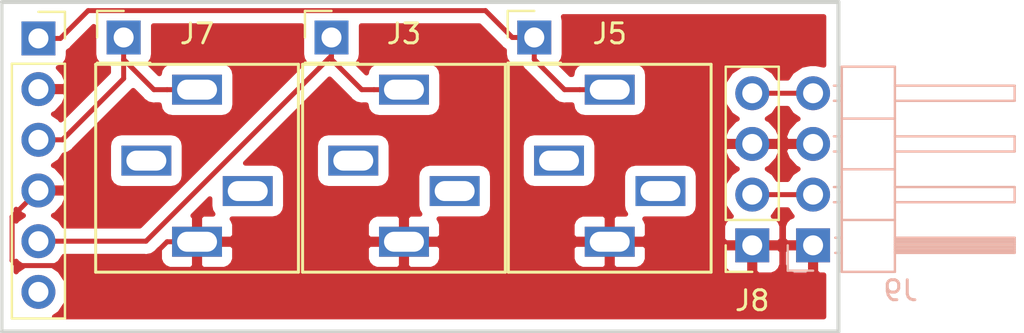
<source format=kicad_pcb>
(kicad_pcb (version 20171130) (host pcbnew "(5.0.0-3-g5ebb6b6)")

  (general
    (thickness 1.6)
    (drawings 4)
    (tracks 34)
    (zones 0)
    (modules 9)
    (nets 11)
  )

  (page A4)
  (layers
    (0 F.Cu signal hide)
    (31 B.Cu signal)
    (32 B.Adhes user)
    (33 F.Adhes user)
    (34 B.Paste user)
    (35 F.Paste user)
    (36 B.SilkS user)
    (37 F.SilkS user)
    (38 B.Mask user)
    (39 F.Mask user)
    (40 Dwgs.User user)
    (41 Cmts.User user)
    (42 Eco1.User user)
    (43 Eco2.User user)
    (44 Edge.Cuts user)
    (45 Margin user)
    (46 B.CrtYd user)
    (47 F.CrtYd user)
    (48 B.Fab user)
    (49 F.Fab user)
  )

  (setup
    (last_trace_width 0.25)
    (trace_clearance 0.2)
    (zone_clearance 0.508)
    (zone_45_only no)
    (trace_min 0.2)
    (segment_width 0.2)
    (edge_width 0.15)
    (via_size 0.8)
    (via_drill 0.4)
    (via_min_size 0.4)
    (via_min_drill 0.3)
    (uvia_size 0.3)
    (uvia_drill 0.1)
    (uvias_allowed no)
    (uvia_min_size 0.2)
    (uvia_min_drill 0.1)
    (pcb_text_width 0.3)
    (pcb_text_size 1.5 1.5)
    (mod_edge_width 0.15)
    (mod_text_size 1 1)
    (mod_text_width 0.15)
    (pad_size 1.524 1.524)
    (pad_drill 0.762)
    (pad_to_mask_clearance 0.051)
    (solder_mask_min_width 0.25)
    (aux_axis_origin 0 0)
    (visible_elements 7FFFFFFF)
    (pcbplotparams
      (layerselection 0x010fc_ffffffff)
      (usegerberextensions false)
      (usegerberattributes false)
      (usegerberadvancedattributes false)
      (creategerberjobfile false)
      (excludeedgelayer true)
      (linewidth 0.100000)
      (plotframeref false)
      (viasonmask false)
      (mode 1)
      (useauxorigin false)
      (hpglpennumber 1)
      (hpglpenspeed 20)
      (hpglpendiameter 15.000000)
      (psnegative false)
      (psa4output false)
      (plotreference true)
      (plotvalue true)
      (plotinvisibletext false)
      (padsonsilk false)
      (subtractmaskfromsilk false)
      (outputformat 1)
      (mirror false)
      (drillshape 1)
      (scaleselection 1)
      (outputdirectory ""))
  )

  (net 0 "")
  (net 1 PWM)
  (net 2 GND)
  (net 3 VOUT_)
  (net 4 TRIGGER)
  (net 5 VDD)
  (net 6 "Net-(J3-PadR)")
  (net 7 "Net-(J5-PadR)")
  (net 8 "Net-(J7-PadR)")
  (net 9 D2)
  (net 10 D1)

  (net_class Default "This is the default net class."
    (clearance 0.2)
    (trace_width 0.25)
    (via_dia 0.8)
    (via_drill 0.4)
    (uvia_dia 0.3)
    (uvia_drill 0.1)
    (add_net D1)
    (add_net D2)
    (add_net GND)
    (add_net "Net-(J3-PadR)")
    (add_net "Net-(J5-PadR)")
    (add_net "Net-(J7-PadR)")
    (add_net PWM)
    (add_net TRIGGER)
    (add_net VDD)
    (add_net VOUT_)
  )

  (module Connector_PinSocket_2.54mm:PinSocket_1x06_P2.54mm_Vertical (layer F.Cu) (tedit 5A19A430) (tstamp 5C721024)
    (at 76.755001 98.345001)
    (descr "Through hole straight socket strip, 1x06, 2.54mm pitch, single row (from Kicad 4.0.7), script generated")
    (tags "Through hole socket strip THT 1x06 2.54mm single row")
    (path /5C6583BF)
    (fp_text reference J1 (at 0 -2.77) (layer F.SilkS)
      (effects (font (size 1 1) (thickness 0.15)))
    )
    (fp_text value Conn_01x06 (at 0 15.47) (layer F.Fab)
      (effects (font (size 1 1) (thickness 0.15)))
    )
    (fp_line (start -1.27 -1.27) (end 0.635 -1.27) (layer F.Fab) (width 0.1))
    (fp_line (start 0.635 -1.27) (end 1.27 -0.635) (layer F.Fab) (width 0.1))
    (fp_line (start 1.27 -0.635) (end 1.27 13.97) (layer F.Fab) (width 0.1))
    (fp_line (start 1.27 13.97) (end -1.27 13.97) (layer F.Fab) (width 0.1))
    (fp_line (start -1.27 13.97) (end -1.27 -1.27) (layer F.Fab) (width 0.1))
    (fp_line (start -1.33 1.27) (end 1.33 1.27) (layer F.SilkS) (width 0.12))
    (fp_line (start -1.33 1.27) (end -1.33 14.03) (layer F.SilkS) (width 0.12))
    (fp_line (start -1.33 14.03) (end 1.33 14.03) (layer F.SilkS) (width 0.12))
    (fp_line (start 1.33 1.27) (end 1.33 14.03) (layer F.SilkS) (width 0.12))
    (fp_line (start 1.33 -1.33) (end 1.33 0) (layer F.SilkS) (width 0.12))
    (fp_line (start 0 -1.33) (end 1.33 -1.33) (layer F.SilkS) (width 0.12))
    (fp_line (start -1.8 -1.8) (end 1.75 -1.8) (layer F.CrtYd) (width 0.05))
    (fp_line (start 1.75 -1.8) (end 1.75 14.45) (layer F.CrtYd) (width 0.05))
    (fp_line (start 1.75 14.45) (end -1.8 14.45) (layer F.CrtYd) (width 0.05))
    (fp_line (start -1.8 14.45) (end -1.8 -1.8) (layer F.CrtYd) (width 0.05))
    (fp_text user %R (at 0 6.35 90) (layer F.Fab)
      (effects (font (size 1 1) (thickness 0.15)))
    )
    (pad 1 thru_hole rect (at 0 0) (size 1.7 1.7) (drill 1) (layers *.Cu *.Mask)
      (net 1 PWM))
    (pad 2 thru_hole oval (at 0 2.54) (size 1.7 1.7) (drill 1) (layers *.Cu *.Mask)
      (net 2 GND))
    (pad 3 thru_hole oval (at 0 5.08) (size 1.7 1.7) (drill 1) (layers *.Cu *.Mask)
      (net 3 VOUT_))
    (pad 4 thru_hole oval (at 0 7.62) (size 1.7 1.7) (drill 1) (layers *.Cu *.Mask)
      (net 2 GND))
    (pad 5 thru_hole oval (at 0 10.16) (size 1.7 1.7) (drill 1) (layers *.Cu *.Mask)
      (net 4 TRIGGER))
    (pad 6 thru_hole oval (at 0 12.7) (size 1.7 1.7) (drill 1) (layers *.Cu *.Mask)
      (net 5 VDD))
    (model ${KISYS3DMOD}/Connector_PinSocket_2.54mm.3dshapes/PinSocket_1x06_P2.54mm_Vertical.wrl
      (at (xyz 0 0 0))
      (scale (xyz 1 1 1))
      (rotate (xyz 0 0 0))
    )
  )

  (module Connector_PinHeader_2.54mm:PinHeader_1x01_P2.54mm_Vertical (layer F.Cu) (tedit 59FED5CC) (tstamp 5C721039)
    (at 91.44 98.298)
    (descr "Through hole straight pin header, 1x01, 2.54mm pitch, single row")
    (tags "Through hole pin header THT 1x01 2.54mm single row")
    (path /5C6581BB)
    (fp_text reference J2 (at 0 -2.33) (layer F.SilkS)
      (effects (font (size 1 1) (thickness 0.15)))
    )
    (fp_text value TRIGGER (at 0 2.33) (layer F.Fab)
      (effects (font (size 1 1) (thickness 0.15)))
    )
    (fp_line (start -0.635 -1.27) (end 1.27 -1.27) (layer F.Fab) (width 0.1))
    (fp_line (start 1.27 -1.27) (end 1.27 1.27) (layer F.Fab) (width 0.1))
    (fp_line (start 1.27 1.27) (end -1.27 1.27) (layer F.Fab) (width 0.1))
    (fp_line (start -1.27 1.27) (end -1.27 -0.635) (layer F.Fab) (width 0.1))
    (fp_line (start -1.27 -0.635) (end -0.635 -1.27) (layer F.Fab) (width 0.1))
    (fp_line (start -1.33 1.33) (end 1.33 1.33) (layer F.SilkS) (width 0.12))
    (fp_line (start -1.33 1.27) (end -1.33 1.33) (layer F.SilkS) (width 0.12))
    (fp_line (start 1.33 1.27) (end 1.33 1.33) (layer F.SilkS) (width 0.12))
    (fp_line (start -1.33 1.27) (end 1.33 1.27) (layer F.SilkS) (width 0.12))
    (fp_line (start -1.33 0) (end -1.33 -1.33) (layer F.SilkS) (width 0.12))
    (fp_line (start -1.33 -1.33) (end 0 -1.33) (layer F.SilkS) (width 0.12))
    (fp_line (start -1.8 -1.8) (end -1.8 1.8) (layer F.CrtYd) (width 0.05))
    (fp_line (start -1.8 1.8) (end 1.8 1.8) (layer F.CrtYd) (width 0.05))
    (fp_line (start 1.8 1.8) (end 1.8 -1.8) (layer F.CrtYd) (width 0.05))
    (fp_line (start 1.8 -1.8) (end -1.8 -1.8) (layer F.CrtYd) (width 0.05))
    (fp_text user %R (at 0 0 90) (layer F.Fab)
      (effects (font (size 1 1) (thickness 0.15)))
    )
    (pad 1 thru_hole rect (at 0 0) (size 1.7 1.7) (drill 1) (layers *.Cu *.Mask)
      (net 4 TRIGGER))
    (model ${KISYS3DMOD}/Connector_PinHeader_2.54mm.3dshapes/PinHeader_1x01_P2.54mm_Vertical.wrl
      (at (xyz 0 0 0))
      (scale (xyz 1 1 1))
      (rotate (xyz 0 0 0))
    )
  )

  (module Connector_PinHeader_2.54mm:PinHeader_1x01_P2.54mm_Vertical (layer F.Cu) (tedit 59FED5CC) (tstamp 5C721074)
    (at 101.6 98.298)
    (descr "Through hole straight pin header, 1x01, 2.54mm pitch, single row")
    (tags "Through hole pin header THT 1x01 2.54mm single row")
    (path /5C6581D7)
    (fp_text reference J4 (at 0 -2.33) (layer F.SilkS)
      (effects (font (size 1 1) (thickness 0.15)))
    )
    (fp_text value PWM (at 0 2.33) (layer F.Fab)
      (effects (font (size 1 1) (thickness 0.15)))
    )
    (fp_line (start -0.635 -1.27) (end 1.27 -1.27) (layer F.Fab) (width 0.1))
    (fp_line (start 1.27 -1.27) (end 1.27 1.27) (layer F.Fab) (width 0.1))
    (fp_line (start 1.27 1.27) (end -1.27 1.27) (layer F.Fab) (width 0.1))
    (fp_line (start -1.27 1.27) (end -1.27 -0.635) (layer F.Fab) (width 0.1))
    (fp_line (start -1.27 -0.635) (end -0.635 -1.27) (layer F.Fab) (width 0.1))
    (fp_line (start -1.33 1.33) (end 1.33 1.33) (layer F.SilkS) (width 0.12))
    (fp_line (start -1.33 1.27) (end -1.33 1.33) (layer F.SilkS) (width 0.12))
    (fp_line (start 1.33 1.27) (end 1.33 1.33) (layer F.SilkS) (width 0.12))
    (fp_line (start -1.33 1.27) (end 1.33 1.27) (layer F.SilkS) (width 0.12))
    (fp_line (start -1.33 0) (end -1.33 -1.33) (layer F.SilkS) (width 0.12))
    (fp_line (start -1.33 -1.33) (end 0 -1.33) (layer F.SilkS) (width 0.12))
    (fp_line (start -1.8 -1.8) (end -1.8 1.8) (layer F.CrtYd) (width 0.05))
    (fp_line (start -1.8 1.8) (end 1.8 1.8) (layer F.CrtYd) (width 0.05))
    (fp_line (start 1.8 1.8) (end 1.8 -1.8) (layer F.CrtYd) (width 0.05))
    (fp_line (start 1.8 -1.8) (end -1.8 -1.8) (layer F.CrtYd) (width 0.05))
    (fp_text user %R (at 0 0 90) (layer F.Fab)
      (effects (font (size 1 1) (thickness 0.15)))
    )
    (pad 1 thru_hole rect (at 0 0) (size 1.7 1.7) (drill 1) (layers *.Cu *.Mask)
      (net 1 PWM))
    (model ${KISYS3DMOD}/Connector_PinHeader_2.54mm.3dshapes/PinHeader_1x01_P2.54mm_Vertical.wrl
      (at (xyz 0 0 0))
      (scale (xyz 1 1 1))
      (rotate (xyz 0 0 0))
    )
  )

  (module Connector_PinHeader_2.54mm:PinHeader_1x01_P2.54mm_Vertical (layer F.Cu) (tedit 59FED5CC) (tstamp 5CBC5018)
    (at 81.026 98.298)
    (descr "Through hole straight pin header, 1x01, 2.54mm pitch, single row")
    (tags "Through hole pin header THT 1x01 2.54mm single row")
    (path /5C6581C2)
    (fp_text reference J6 (at 0 -2.33) (layer F.SilkS)
      (effects (font (size 1 1) (thickness 0.15)))
    )
    (fp_text value VOUT (at 0 2.33) (layer F.Fab)
      (effects (font (size 1 1) (thickness 0.15)))
    )
    (fp_text user %R (at 0 0 90) (layer F.Fab)
      (effects (font (size 1 1) (thickness 0.15)))
    )
    (fp_line (start 1.8 -1.8) (end -1.8 -1.8) (layer F.CrtYd) (width 0.05))
    (fp_line (start 1.8 1.8) (end 1.8 -1.8) (layer F.CrtYd) (width 0.05))
    (fp_line (start -1.8 1.8) (end 1.8 1.8) (layer F.CrtYd) (width 0.05))
    (fp_line (start -1.8 -1.8) (end -1.8 1.8) (layer F.CrtYd) (width 0.05))
    (fp_line (start -1.33 -1.33) (end 0 -1.33) (layer F.SilkS) (width 0.12))
    (fp_line (start -1.33 0) (end -1.33 -1.33) (layer F.SilkS) (width 0.12))
    (fp_line (start -1.33 1.27) (end 1.33 1.27) (layer F.SilkS) (width 0.12))
    (fp_line (start 1.33 1.27) (end 1.33 1.33) (layer F.SilkS) (width 0.12))
    (fp_line (start -1.33 1.27) (end -1.33 1.33) (layer F.SilkS) (width 0.12))
    (fp_line (start -1.33 1.33) (end 1.33 1.33) (layer F.SilkS) (width 0.12))
    (fp_line (start -1.27 -0.635) (end -0.635 -1.27) (layer F.Fab) (width 0.1))
    (fp_line (start -1.27 1.27) (end -1.27 -0.635) (layer F.Fab) (width 0.1))
    (fp_line (start 1.27 1.27) (end -1.27 1.27) (layer F.Fab) (width 0.1))
    (fp_line (start 1.27 -1.27) (end 1.27 1.27) (layer F.Fab) (width 0.1))
    (fp_line (start -0.635 -1.27) (end 1.27 -1.27) (layer F.Fab) (width 0.1))
    (pad 1 thru_hole rect (at 0 0) (size 1.7 1.7) (drill 1) (layers *.Cu *.Mask)
      (net 3 VOUT_))
    (model ${KISYS3DMOD}/Connector_PinHeader_2.54mm.3dshapes/PinHeader_1x01_P2.54mm_Vertical.wrl
      (at (xyz 0 0 0))
      (scale (xyz 1 1 1))
      (rotate (xyz 0 0 0))
    )
  )

  (module synth:jack_audio (layer F.Cu) (tedit 5C659C48) (tstamp 5CBC4F0D)
    (at 95.071001 105.993001)
    (path /5C6865B0)
    (fp_text reference J3 (at 0 -7.882) (layer F.SilkS)
      (effects (font (size 1 1) (thickness 0.15)))
    )
    (fp_text value TRIG (at 0 -8.882) (layer F.Fab)
      (effects (font (size 1 1) (thickness 0.15)))
    )
    (fp_line (start -5.08 -6.35) (end 5.08 -6.35) (layer F.SilkS) (width 0.15))
    (fp_line (start 5.08 -6.35) (end 5.08 4.064) (layer F.SilkS) (width 0.15))
    (fp_line (start 5.08 4.064) (end -5.08 4.064) (layer F.SilkS) (width 0.15))
    (fp_line (start -5.08 4.064) (end -5.08 -6.35) (layer F.SilkS) (width 0.15))
    (pad T thru_hole rect (at 0 -5.08) (size 2.5 1.5) (drill oval 2 1) (layers *.Cu *.Mask)
      (net 4 TRIGGER))
    (pad R thru_hole rect (at 2.54 0) (size 2.5 1.5) (drill oval 2 1) (layers *.Cu *.Mask)
      (net 6 "Net-(J3-PadR)"))
    (pad GND thru_hole rect (at -2.54 -1.524) (size 2.5 1.5) (drill oval 2 1) (layers *.Cu *.Mask))
    (pad S thru_hole rect (at 0 2.54) (size 2.5 1.5) (drill oval 2 1) (layers *.Cu *.Mask)
      (net 2 GND))
  )

  (module synth:jack_audio (layer F.Cu) (tedit 5C659C48) (tstamp 5CBC5092)
    (at 105.381001 105.993001)
    (path /5C6868F3)
    (fp_text reference J5 (at 0 -7.882) (layer F.SilkS)
      (effects (font (size 1 1) (thickness 0.15)))
    )
    (fp_text value PWM (at 0 -8.882) (layer F.Fab)
      (effects (font (size 1 1) (thickness 0.15)))
    )
    (fp_line (start -5.08 4.064) (end -5.08 -6.35) (layer F.SilkS) (width 0.15))
    (fp_line (start 5.08 4.064) (end -5.08 4.064) (layer F.SilkS) (width 0.15))
    (fp_line (start 5.08 -6.35) (end 5.08 4.064) (layer F.SilkS) (width 0.15))
    (fp_line (start -5.08 -6.35) (end 5.08 -6.35) (layer F.SilkS) (width 0.15))
    (pad S thru_hole rect (at 0 2.54) (size 2.5 1.5) (drill oval 2 1) (layers *.Cu *.Mask)
      (net 2 GND))
    (pad GND thru_hole rect (at -2.54 -1.524) (size 2.5 1.5) (drill oval 2 1) (layers *.Cu *.Mask))
    (pad R thru_hole rect (at 2.54 0) (size 2.5 1.5) (drill oval 2 1) (layers *.Cu *.Mask)
      (net 7 "Net-(J5-PadR)"))
    (pad T thru_hole rect (at 0 -5.08) (size 2.5 1.5) (drill oval 2 1) (layers *.Cu *.Mask)
      (net 1 PWM))
  )

  (module synth:jack_audio (layer F.Cu) (tedit 5C659C48) (tstamp 5CBC4F25)
    (at 84.703001 105.993001)
    (path /5C686927)
    (fp_text reference J7 (at 0 -7.882) (layer F.SilkS)
      (effects (font (size 1 1) (thickness 0.15)))
    )
    (fp_text value VOUT (at 0 -8.882) (layer F.Fab)
      (effects (font (size 1 1) (thickness 0.15)))
    )
    (fp_line (start -5.08 -6.35) (end 5.08 -6.35) (layer F.SilkS) (width 0.15))
    (fp_line (start 5.08 -6.35) (end 5.08 4.064) (layer F.SilkS) (width 0.15))
    (fp_line (start 5.08 4.064) (end -5.08 4.064) (layer F.SilkS) (width 0.15))
    (fp_line (start -5.08 4.064) (end -5.08 -6.35) (layer F.SilkS) (width 0.15))
    (pad T thru_hole rect (at 0 -5.08) (size 2.5 1.5) (drill oval 2 1) (layers *.Cu *.Mask)
      (net 3 VOUT_))
    (pad R thru_hole rect (at 2.54 0) (size 2.5 1.5) (drill oval 2 1) (layers *.Cu *.Mask)
      (net 8 "Net-(J7-PadR)"))
    (pad GND thru_hole rect (at -2.54 -1.524) (size 2.5 1.5) (drill oval 2 1) (layers *.Cu *.Mask))
    (pad S thru_hole rect (at 0 2.54) (size 2.5 1.5) (drill oval 2 1) (layers *.Cu *.Mask)
      (net 2 GND))
  )

  (module Connector_PinSocket_2.54mm:PinSocket_1x04_P2.54mm_Vertical (layer F.Cu) (tedit 5A19A429) (tstamp 5C723400)
    (at 112.522 108.712 180)
    (descr "Through hole straight socket strip, 1x04, 2.54mm pitch, single row (from Kicad 4.0.7), script generated")
    (tags "Through hole socket strip THT 1x04 2.54mm single row")
    (path /5C65A5AD)
    (fp_text reference J8 (at 0 -2.77 180) (layer F.SilkS)
      (effects (font (size 1 1) (thickness 0.15)))
    )
    (fp_text value Conn_01x04 (at 0 10.39 180) (layer F.Fab)
      (effects (font (size 1 1) (thickness 0.15)))
    )
    (fp_line (start -1.27 -1.27) (end 0.635 -1.27) (layer F.Fab) (width 0.1))
    (fp_line (start 0.635 -1.27) (end 1.27 -0.635) (layer F.Fab) (width 0.1))
    (fp_line (start 1.27 -0.635) (end 1.27 8.89) (layer F.Fab) (width 0.1))
    (fp_line (start 1.27 8.89) (end -1.27 8.89) (layer F.Fab) (width 0.1))
    (fp_line (start -1.27 8.89) (end -1.27 -1.27) (layer F.Fab) (width 0.1))
    (fp_line (start -1.33 1.27) (end 1.33 1.27) (layer F.SilkS) (width 0.12))
    (fp_line (start -1.33 1.27) (end -1.33 8.95) (layer F.SilkS) (width 0.12))
    (fp_line (start -1.33 8.95) (end 1.33 8.95) (layer F.SilkS) (width 0.12))
    (fp_line (start 1.33 1.27) (end 1.33 8.95) (layer F.SilkS) (width 0.12))
    (fp_line (start 1.33 -1.33) (end 1.33 0) (layer F.SilkS) (width 0.12))
    (fp_line (start 0 -1.33) (end 1.33 -1.33) (layer F.SilkS) (width 0.12))
    (fp_line (start -1.8 -1.8) (end 1.75 -1.8) (layer F.CrtYd) (width 0.05))
    (fp_line (start 1.75 -1.8) (end 1.75 9.4) (layer F.CrtYd) (width 0.05))
    (fp_line (start 1.75 9.4) (end -1.8 9.4) (layer F.CrtYd) (width 0.05))
    (fp_line (start -1.8 9.4) (end -1.8 -1.8) (layer F.CrtYd) (width 0.05))
    (fp_text user %R (at 0 3.81 270) (layer F.Fab)
      (effects (font (size 1 1) (thickness 0.15)))
    )
    (pad 1 thru_hole rect (at 0 0 180) (size 1.7 1.7) (drill 1) (layers *.Cu *.Mask)
      (net 2 GND))
    (pad 2 thru_hole oval (at 0 2.54 180) (size 1.7 1.7) (drill 1) (layers *.Cu *.Mask)
      (net 9 D2))
    (pad 3 thru_hole oval (at 0 5.08 180) (size 1.7 1.7) (drill 1) (layers *.Cu *.Mask)
      (net 2 GND))
    (pad 4 thru_hole oval (at 0 7.62 180) (size 1.7 1.7) (drill 1) (layers *.Cu *.Mask)
      (net 10 D1))
    (model ${KISYS3DMOD}/Connector_PinSocket_2.54mm.3dshapes/PinSocket_1x04_P2.54mm_Vertical.wrl
      (at (xyz 0 0 0))
      (scale (xyz 1 1 1))
      (rotate (xyz 0 0 0))
    )
  )

  (module Connector_PinHeader_2.54mm:PinHeader_1x04_P2.54mm_Horizontal (layer B.Cu) (tedit 59FED5CB) (tstamp 5C723898)
    (at 115.57 108.712)
    (descr "Through hole angled pin header, 1x04, 2.54mm pitch, 6mm pin length, single row")
    (tags "Through hole angled pin header THT 1x04 2.54mm single row")
    (path /5C65A8E0)
    (fp_text reference J9 (at 4.385 2.27) (layer B.SilkS)
      (effects (font (size 1 1) (thickness 0.15)) (justify mirror))
    )
    (fp_text value Conn_01x04 (at 4.385 -9.89) (layer B.Fab)
      (effects (font (size 1 1) (thickness 0.15)) (justify mirror))
    )
    (fp_line (start 2.135 1.27) (end 4.04 1.27) (layer B.Fab) (width 0.1))
    (fp_line (start 4.04 1.27) (end 4.04 -8.89) (layer B.Fab) (width 0.1))
    (fp_line (start 4.04 -8.89) (end 1.5 -8.89) (layer B.Fab) (width 0.1))
    (fp_line (start 1.5 -8.89) (end 1.5 0.635) (layer B.Fab) (width 0.1))
    (fp_line (start 1.5 0.635) (end 2.135 1.27) (layer B.Fab) (width 0.1))
    (fp_line (start -0.32 0.32) (end 1.5 0.32) (layer B.Fab) (width 0.1))
    (fp_line (start -0.32 0.32) (end -0.32 -0.32) (layer B.Fab) (width 0.1))
    (fp_line (start -0.32 -0.32) (end 1.5 -0.32) (layer B.Fab) (width 0.1))
    (fp_line (start 4.04 0.32) (end 10.04 0.32) (layer B.Fab) (width 0.1))
    (fp_line (start 10.04 0.32) (end 10.04 -0.32) (layer B.Fab) (width 0.1))
    (fp_line (start 4.04 -0.32) (end 10.04 -0.32) (layer B.Fab) (width 0.1))
    (fp_line (start -0.32 -2.22) (end 1.5 -2.22) (layer B.Fab) (width 0.1))
    (fp_line (start -0.32 -2.22) (end -0.32 -2.86) (layer B.Fab) (width 0.1))
    (fp_line (start -0.32 -2.86) (end 1.5 -2.86) (layer B.Fab) (width 0.1))
    (fp_line (start 4.04 -2.22) (end 10.04 -2.22) (layer B.Fab) (width 0.1))
    (fp_line (start 10.04 -2.22) (end 10.04 -2.86) (layer B.Fab) (width 0.1))
    (fp_line (start 4.04 -2.86) (end 10.04 -2.86) (layer B.Fab) (width 0.1))
    (fp_line (start -0.32 -4.76) (end 1.5 -4.76) (layer B.Fab) (width 0.1))
    (fp_line (start -0.32 -4.76) (end -0.32 -5.4) (layer B.Fab) (width 0.1))
    (fp_line (start -0.32 -5.4) (end 1.5 -5.4) (layer B.Fab) (width 0.1))
    (fp_line (start 4.04 -4.76) (end 10.04 -4.76) (layer B.Fab) (width 0.1))
    (fp_line (start 10.04 -4.76) (end 10.04 -5.4) (layer B.Fab) (width 0.1))
    (fp_line (start 4.04 -5.4) (end 10.04 -5.4) (layer B.Fab) (width 0.1))
    (fp_line (start -0.32 -7.3) (end 1.5 -7.3) (layer B.Fab) (width 0.1))
    (fp_line (start -0.32 -7.3) (end -0.32 -7.94) (layer B.Fab) (width 0.1))
    (fp_line (start -0.32 -7.94) (end 1.5 -7.94) (layer B.Fab) (width 0.1))
    (fp_line (start 4.04 -7.3) (end 10.04 -7.3) (layer B.Fab) (width 0.1))
    (fp_line (start 10.04 -7.3) (end 10.04 -7.94) (layer B.Fab) (width 0.1))
    (fp_line (start 4.04 -7.94) (end 10.04 -7.94) (layer B.Fab) (width 0.1))
    (fp_line (start 1.44 1.33) (end 1.44 -8.95) (layer B.SilkS) (width 0.12))
    (fp_line (start 1.44 -8.95) (end 4.1 -8.95) (layer B.SilkS) (width 0.12))
    (fp_line (start 4.1 -8.95) (end 4.1 1.33) (layer B.SilkS) (width 0.12))
    (fp_line (start 4.1 1.33) (end 1.44 1.33) (layer B.SilkS) (width 0.12))
    (fp_line (start 4.1 0.38) (end 10.1 0.38) (layer B.SilkS) (width 0.12))
    (fp_line (start 10.1 0.38) (end 10.1 -0.38) (layer B.SilkS) (width 0.12))
    (fp_line (start 10.1 -0.38) (end 4.1 -0.38) (layer B.SilkS) (width 0.12))
    (fp_line (start 4.1 0.32) (end 10.1 0.32) (layer B.SilkS) (width 0.12))
    (fp_line (start 4.1 0.2) (end 10.1 0.2) (layer B.SilkS) (width 0.12))
    (fp_line (start 4.1 0.08) (end 10.1 0.08) (layer B.SilkS) (width 0.12))
    (fp_line (start 4.1 -0.04) (end 10.1 -0.04) (layer B.SilkS) (width 0.12))
    (fp_line (start 4.1 -0.16) (end 10.1 -0.16) (layer B.SilkS) (width 0.12))
    (fp_line (start 4.1 -0.28) (end 10.1 -0.28) (layer B.SilkS) (width 0.12))
    (fp_line (start 1.11 0.38) (end 1.44 0.38) (layer B.SilkS) (width 0.12))
    (fp_line (start 1.11 -0.38) (end 1.44 -0.38) (layer B.SilkS) (width 0.12))
    (fp_line (start 1.44 -1.27) (end 4.1 -1.27) (layer B.SilkS) (width 0.12))
    (fp_line (start 4.1 -2.16) (end 10.1 -2.16) (layer B.SilkS) (width 0.12))
    (fp_line (start 10.1 -2.16) (end 10.1 -2.92) (layer B.SilkS) (width 0.12))
    (fp_line (start 10.1 -2.92) (end 4.1 -2.92) (layer B.SilkS) (width 0.12))
    (fp_line (start 1.042929 -2.16) (end 1.44 -2.16) (layer B.SilkS) (width 0.12))
    (fp_line (start 1.042929 -2.92) (end 1.44 -2.92) (layer B.SilkS) (width 0.12))
    (fp_line (start 1.44 -3.81) (end 4.1 -3.81) (layer B.SilkS) (width 0.12))
    (fp_line (start 4.1 -4.7) (end 10.1 -4.7) (layer B.SilkS) (width 0.12))
    (fp_line (start 10.1 -4.7) (end 10.1 -5.46) (layer B.SilkS) (width 0.12))
    (fp_line (start 10.1 -5.46) (end 4.1 -5.46) (layer B.SilkS) (width 0.12))
    (fp_line (start 1.042929 -4.7) (end 1.44 -4.7) (layer B.SilkS) (width 0.12))
    (fp_line (start 1.042929 -5.46) (end 1.44 -5.46) (layer B.SilkS) (width 0.12))
    (fp_line (start 1.44 -6.35) (end 4.1 -6.35) (layer B.SilkS) (width 0.12))
    (fp_line (start 4.1 -7.24) (end 10.1 -7.24) (layer B.SilkS) (width 0.12))
    (fp_line (start 10.1 -7.24) (end 10.1 -8) (layer B.SilkS) (width 0.12))
    (fp_line (start 10.1 -8) (end 4.1 -8) (layer B.SilkS) (width 0.12))
    (fp_line (start 1.042929 -7.24) (end 1.44 -7.24) (layer B.SilkS) (width 0.12))
    (fp_line (start 1.042929 -8) (end 1.44 -8) (layer B.SilkS) (width 0.12))
    (fp_line (start -1.27 0) (end -1.27 1.27) (layer B.SilkS) (width 0.12))
    (fp_line (start -1.27 1.27) (end 0 1.27) (layer B.SilkS) (width 0.12))
    (fp_line (start -1.8 1.8) (end -1.8 -9.4) (layer B.CrtYd) (width 0.05))
    (fp_line (start -1.8 -9.4) (end 10.55 -9.4) (layer B.CrtYd) (width 0.05))
    (fp_line (start 10.55 -9.4) (end 10.55 1.8) (layer B.CrtYd) (width 0.05))
    (fp_line (start 10.55 1.8) (end -1.8 1.8) (layer B.CrtYd) (width 0.05))
    (fp_text user %R (at 2.77 -3.81 -90) (layer B.Fab)
      (effects (font (size 1 1) (thickness 0.15)) (justify mirror))
    )
    (pad 1 thru_hole rect (at 0 0) (size 1.7 1.7) (drill 1) (layers *.Cu *.Mask)
      (net 2 GND))
    (pad 2 thru_hole oval (at 0 -2.54) (size 1.7 1.7) (drill 1) (layers *.Cu *.Mask)
      (net 9 D2))
    (pad 3 thru_hole oval (at 0 -5.08) (size 1.7 1.7) (drill 1) (layers *.Cu *.Mask)
      (net 2 GND))
    (pad 4 thru_hole oval (at 0 -7.62) (size 1.7 1.7) (drill 1) (layers *.Cu *.Mask)
      (net 10 D1))
    (model ${KISYS3DMOD}/Connector_PinHeader_2.54mm.3dshapes/PinHeader_1x04_P2.54mm_Horizontal.wrl
      (at (xyz 0 0 0))
      (scale (xyz 1 1 1))
      (rotate (xyz 0 0 0))
    )
  )

  (gr_line (start 116.84 96.52) (end 74.93 96.52) (layer Edge.Cuts) (width 0.2))
  (gr_line (start 116.84 113.03) (end 116.84 96.52) (layer Edge.Cuts) (width 0.2))
  (gr_line (start 74.93 113.03) (end 116.84 113.03) (layer Edge.Cuts) (width 0.2))
  (gr_line (start 74.93 96.52) (end 74.93 113.03) (layer Edge.Cuts) (width 0.15))

  (segment (start 77.855001 98.345001) (end 79.248 96.952002) (width 0.25) (layer F.Cu) (net 1))
  (segment (start 76.755001 98.345001) (end 77.855001 98.345001) (width 0.25) (layer F.Cu) (net 1))
  (segment (start 100.5 98.298) (end 101.6 98.298) (width 0.25) (layer F.Cu) (net 1))
  (segment (start 99.154002 96.952002) (end 100.5 98.298) (width 0.25) (layer F.Cu) (net 1))
  (segment (start 79.248 96.952002) (end 99.154002 96.952002) (width 0.25) (layer F.Cu) (net 1))
  (segment (start 103.881001 100.913001) (end 105.381001 100.913001) (width 0.25) (layer F.Cu) (net 1))
  (segment (start 103.115001 100.913001) (end 103.881001 100.913001) (width 0.25) (layer F.Cu) (net 1))
  (segment (start 101.6 99.398) (end 103.115001 100.913001) (width 0.25) (layer F.Cu) (net 1))
  (segment (start 101.6 98.298) (end 101.6 99.398) (width 0.25) (layer F.Cu) (net 1))
  (segment (start 83.203001 108.533001) (end 82.008002 109.728) (width 0.25) (layer F.Cu) (net 2))
  (segment (start 84.703001 108.533001) (end 83.203001 108.533001) (width 0.25) (layer F.Cu) (net 2))
  (segment (start 75.692 109.728) (end 75.438 109.474) (width 0.25) (layer F.Cu) (net 2))
  (segment (start 82.008002 109.728) (end 75.692 109.728) (width 0.25) (layer F.Cu) (net 2))
  (segment (start 75.438 107.282002) (end 76.755001 105.965001) (width 0.25) (layer F.Cu) (net 2))
  (segment (start 75.438 109.474) (end 75.438 107.282002) (width 0.25) (layer F.Cu) (net 2))
  (segment (start 114.367919 103.632) (end 112.522 103.632) (width 0.25) (layer F.Cu) (net 2))
  (segment (start 115.57 103.632) (end 114.367919 103.632) (width 0.25) (layer F.Cu) (net 2))
  (segment (start 112.522 108.712) (end 115.57 108.712) (width 0.25) (layer F.Cu) (net 2))
  (segment (start 83.203001 100.913001) (end 84.703001 100.913001) (width 0.25) (layer F.Cu) (net 3))
  (segment (start 82.541001 100.913001) (end 83.203001 100.913001) (width 0.25) (layer F.Cu) (net 3))
  (segment (start 81.026 99.398) (end 82.541001 100.913001) (width 0.25) (layer F.Cu) (net 3))
  (segment (start 81.026 99.398) (end 81.026 98.298) (width 0.25) (layer F.Cu) (net 3))
  (segment (start 81.026 100.356083) (end 81.026 99.398) (width 0.25) (layer F.Cu) (net 3))
  (segment (start 77.957082 103.425001) (end 81.026 100.356083) (width 0.25) (layer F.Cu) (net 3))
  (segment (start 76.755001 103.425001) (end 77.957082 103.425001) (width 0.25) (layer F.Cu) (net 3))
  (segment (start 93.571001 100.913001) (end 95.071001 100.913001) (width 0.25) (layer F.Cu) (net 4))
  (segment (start 92.955001 100.913001) (end 93.571001 100.913001) (width 0.25) (layer F.Cu) (net 4))
  (segment (start 91.44 99.398) (end 92.955001 100.913001) (width 0.25) (layer F.Cu) (net 4))
  (segment (start 91.44 98.298) (end 91.44 99.398) (width 0.25) (layer F.Cu) (net 4))
  (segment (start 91.44 99.211) (end 91.44 98.298) (width 0.25) (layer F.Cu) (net 4))
  (segment (start 82.145999 108.505001) (end 91.44 99.211) (width 0.25) (layer F.Cu) (net 4))
  (segment (start 76.755001 108.505001) (end 82.145999 108.505001) (width 0.25) (layer F.Cu) (net 4))
  (segment (start 112.522 106.172) (end 115.57 106.172) (width 0.25) (layer F.Cu) (net 9))
  (segment (start 112.522 101.092) (end 115.57 101.092) (width 0.25) (layer F.Cu) (net 10))

  (zone (net 2) (net_name GND) (layer F.Cu) (tstamp 0) (hatch edge 0.508)
    (connect_pads (clearance 0.508))
    (min_thickness 0.254)
    (fill yes (arc_segments 16) (thermal_gap 0.508) (thermal_bridge_width 0.508))
    (polygon
      (pts
        (xy 74.676 96.266) (xy 74.676 113.284) (xy 117.094 113.284) (xy 117.094 96.266)
      )
    )
    (filled_polygon
      (pts
        (xy 116.105001 99.684326) (xy 115.716256 99.607) (xy 115.423744 99.607) (xy 114.990582 99.693161) (xy 114.499375 100.021375)
        (xy 114.291822 100.332) (xy 113.800178 100.332) (xy 113.592625 100.021375) (xy 113.101418 99.693161) (xy 112.668256 99.607)
        (xy 112.375744 99.607) (xy 111.942582 99.693161) (xy 111.451375 100.021375) (xy 111.123161 100.512582) (xy 111.007908 101.092)
        (xy 111.123161 101.671418) (xy 111.451375 102.162625) (xy 111.770478 102.375843) (xy 111.640642 102.436817) (xy 111.250355 102.865076)
        (xy 111.080524 103.27511) (xy 111.201845 103.505) (xy 112.395 103.505) (xy 112.395 103.485) (xy 112.649 103.485)
        (xy 112.649 103.505) (xy 113.842155 103.505) (xy 113.963476 103.27511) (xy 113.793645 102.865076) (xy 113.403358 102.436817)
        (xy 113.273522 102.375843) (xy 113.592625 102.162625) (xy 113.800178 101.852) (xy 114.291822 101.852) (xy 114.499375 102.162625)
        (xy 114.818478 102.375843) (xy 114.688642 102.436817) (xy 114.298355 102.865076) (xy 114.128524 103.27511) (xy 114.249845 103.505)
        (xy 115.443 103.505) (xy 115.443 103.485) (xy 115.697 103.485) (xy 115.697 103.505) (xy 115.717 103.505)
        (xy 115.717 103.759) (xy 115.697 103.759) (xy 115.697 103.779) (xy 115.443 103.779) (xy 115.443 103.759)
        (xy 114.249845 103.759) (xy 114.128524 103.98889) (xy 114.298355 104.398924) (xy 114.688642 104.827183) (xy 114.818478 104.888157)
        (xy 114.499375 105.101375) (xy 114.291822 105.412) (xy 113.800178 105.412) (xy 113.592625 105.101375) (xy 113.273522 104.888157)
        (xy 113.403358 104.827183) (xy 113.793645 104.398924) (xy 113.963476 103.98889) (xy 113.842155 103.759) (xy 112.649 103.759)
        (xy 112.649 103.779) (xy 112.395 103.779) (xy 112.395 103.759) (xy 111.201845 103.759) (xy 111.080524 103.98889)
        (xy 111.250355 104.398924) (xy 111.640642 104.827183) (xy 111.770478 104.888157) (xy 111.451375 105.101375) (xy 111.123161 105.592582)
        (xy 111.007908 106.172) (xy 111.123161 106.751418) (xy 111.451375 107.242625) (xy 111.473033 107.257096) (xy 111.312302 107.323673)
        (xy 111.133673 107.502301) (xy 111.037 107.73569) (xy 111.037 108.42625) (xy 111.19575 108.585) (xy 112.395 108.585)
        (xy 112.395 108.565) (xy 112.649 108.565) (xy 112.649 108.585) (xy 113.84825 108.585) (xy 114.007 108.42625)
        (xy 114.007 107.73569) (xy 113.910327 107.502301) (xy 113.731698 107.323673) (xy 113.570967 107.257096) (xy 113.592625 107.242625)
        (xy 113.800178 106.932) (xy 114.291822 106.932) (xy 114.499375 107.242625) (xy 114.521033 107.257096) (xy 114.360302 107.323673)
        (xy 114.181673 107.502301) (xy 114.085 107.73569) (xy 114.085 108.42625) (xy 114.24375 108.585) (xy 115.443 108.585)
        (xy 115.443 108.565) (xy 115.697 108.565) (xy 115.697 108.585) (xy 115.717 108.585) (xy 115.717 108.839)
        (xy 115.697 108.839) (xy 115.697 110.03825) (xy 115.85575 110.197) (xy 116.105 110.197) (xy 116.105 112.295)
        (xy 77.557174 112.295) (xy 77.825626 112.115626) (xy 78.15384 111.624419) (xy 78.269093 111.045001) (xy 78.15384 110.465583)
        (xy 77.825626 109.974376) (xy 77.52724 109.775001) (xy 77.825626 109.575626) (xy 78.033179 109.265001) (xy 82.071152 109.265001)
        (xy 82.145999 109.279889) (xy 82.220846 109.265001) (xy 82.220851 109.265001) (xy 82.442536 109.220905) (xy 82.693928 109.05293)
        (xy 82.73633 108.989471) (xy 82.818001 108.9078) (xy 82.818001 109.409311) (xy 82.914674 109.6427) (xy 83.093303 109.821328)
        (xy 83.326692 109.918001) (xy 84.417251 109.918001) (xy 84.576001 109.759251) (xy 84.576001 108.660001) (xy 84.830001 108.660001)
        (xy 84.830001 109.759251) (xy 84.988751 109.918001) (xy 86.07931 109.918001) (xy 86.312699 109.821328) (xy 86.491328 109.6427)
        (xy 86.588001 109.409311) (xy 86.588001 108.818751) (xy 93.186001 108.818751) (xy 93.186001 109.409311) (xy 93.282674 109.6427)
        (xy 93.461303 109.821328) (xy 93.694692 109.918001) (xy 94.785251 109.918001) (xy 94.944001 109.759251) (xy 94.944001 108.660001)
        (xy 95.198001 108.660001) (xy 95.198001 109.759251) (xy 95.356751 109.918001) (xy 96.44731 109.918001) (xy 96.680699 109.821328)
        (xy 96.859328 109.6427) (xy 96.956001 109.409311) (xy 96.956001 108.818751) (xy 103.496001 108.818751) (xy 103.496001 109.409311)
        (xy 103.592674 109.6427) (xy 103.771303 109.821328) (xy 104.004692 109.918001) (xy 105.095251 109.918001) (xy 105.254001 109.759251)
        (xy 105.254001 108.660001) (xy 105.508001 108.660001) (xy 105.508001 109.759251) (xy 105.666751 109.918001) (xy 106.75731 109.918001)
        (xy 106.990699 109.821328) (xy 107.169328 109.6427) (xy 107.266001 109.409311) (xy 107.266001 108.99775) (xy 111.037 108.99775)
        (xy 111.037 109.68831) (xy 111.133673 109.921699) (xy 111.312302 110.100327) (xy 111.545691 110.197) (xy 112.23625 110.197)
        (xy 112.395 110.03825) (xy 112.395 108.839) (xy 112.649 108.839) (xy 112.649 110.03825) (xy 112.80775 110.197)
        (xy 113.498309 110.197) (xy 113.731698 110.100327) (xy 113.910327 109.921699) (xy 114.007 109.68831) (xy 114.007 108.99775)
        (xy 114.085 108.99775) (xy 114.085 109.68831) (xy 114.181673 109.921699) (xy 114.360302 110.100327) (xy 114.593691 110.197)
        (xy 115.28425 110.197) (xy 115.443 110.03825) (xy 115.443 108.839) (xy 114.24375 108.839) (xy 114.085 108.99775)
        (xy 114.007 108.99775) (xy 113.84825 108.839) (xy 112.649 108.839) (xy 112.395 108.839) (xy 111.19575 108.839)
        (xy 111.037 108.99775) (xy 107.266001 108.99775) (xy 107.266001 108.818751) (xy 107.107251 108.660001) (xy 105.508001 108.660001)
        (xy 105.254001 108.660001) (xy 103.654751 108.660001) (xy 103.496001 108.818751) (xy 96.956001 108.818751) (xy 96.797251 108.660001)
        (xy 95.198001 108.660001) (xy 94.944001 108.660001) (xy 93.344751 108.660001) (xy 93.186001 108.818751) (xy 86.588001 108.818751)
        (xy 86.429251 108.660001) (xy 84.830001 108.660001) (xy 84.576001 108.660001) (xy 84.556001 108.660001) (xy 84.556001 108.406001)
        (xy 84.576001 108.406001) (xy 84.576001 107.306751) (xy 84.497526 107.228276) (xy 85.345561 106.38024) (xy 85.345561 106.743001)
        (xy 85.394844 106.990766) (xy 85.499906 107.148001) (xy 84.988751 107.148001) (xy 84.830001 107.306751) (xy 84.830001 108.406001)
        (xy 86.429251 108.406001) (xy 86.588001 108.247251) (xy 86.588001 107.656691) (xy 93.186001 107.656691) (xy 93.186001 108.247251)
        (xy 93.344751 108.406001) (xy 94.944001 108.406001) (xy 94.944001 107.306751) (xy 95.198001 107.306751) (xy 95.198001 108.406001)
        (xy 96.797251 108.406001) (xy 96.956001 108.247251) (xy 96.956001 107.656691) (xy 103.496001 107.656691) (xy 103.496001 108.247251)
        (xy 103.654751 108.406001) (xy 105.254001 108.406001) (xy 105.254001 107.306751) (xy 105.508001 107.306751) (xy 105.508001 108.406001)
        (xy 107.107251 108.406001) (xy 107.266001 108.247251) (xy 107.266001 107.656691) (xy 107.169328 107.423302) (xy 107.136467 107.390441)
        (xy 109.171001 107.390441) (xy 109.418766 107.341158) (xy 109.62881 107.20081) (xy 109.769158 106.990766) (xy 109.818441 106.743001)
        (xy 109.818441 105.243001) (xy 109.769158 104.995236) (xy 109.62881 104.785192) (xy 109.418766 104.644844) (xy 109.171001 104.595561)
        (xy 106.671001 104.595561) (xy 106.423236 104.644844) (xy 106.213192 104.785192) (xy 106.072844 104.995236) (xy 106.023561 105.243001)
        (xy 106.023561 106.743001) (xy 106.072844 106.990766) (xy 106.177906 107.148001) (xy 105.666751 107.148001) (xy 105.508001 107.306751)
        (xy 105.254001 107.306751) (xy 105.095251 107.148001) (xy 104.004692 107.148001) (xy 103.771303 107.244674) (xy 103.592674 107.423302)
        (xy 103.496001 107.656691) (xy 96.956001 107.656691) (xy 96.859328 107.423302) (xy 96.826467 107.390441) (xy 98.861001 107.390441)
        (xy 99.108766 107.341158) (xy 99.31881 107.20081) (xy 99.459158 106.990766) (xy 99.508441 106.743001) (xy 99.508441 105.243001)
        (xy 99.459158 104.995236) (xy 99.31881 104.785192) (xy 99.108766 104.644844) (xy 98.861001 104.595561) (xy 96.361001 104.595561)
        (xy 96.113236 104.644844) (xy 95.903192 104.785192) (xy 95.762844 104.995236) (xy 95.713561 105.243001) (xy 95.713561 106.743001)
        (xy 95.762844 106.990766) (xy 95.867906 107.148001) (xy 95.356751 107.148001) (xy 95.198001 107.306751) (xy 94.944001 107.306751)
        (xy 94.785251 107.148001) (xy 93.694692 107.148001) (xy 93.461303 107.244674) (xy 93.282674 107.423302) (xy 93.186001 107.656691)
        (xy 86.588001 107.656691) (xy 86.491328 107.423302) (xy 86.458467 107.390441) (xy 88.493001 107.390441) (xy 88.740766 107.341158)
        (xy 88.95081 107.20081) (xy 89.091158 106.990766) (xy 89.140441 106.743001) (xy 89.140441 105.243001) (xy 89.091158 104.995236)
        (xy 88.95081 104.785192) (xy 88.740766 104.644844) (xy 88.493001 104.595561) (xy 87.13024 104.595561) (xy 88.0068 103.719001)
        (xy 90.633561 103.719001) (xy 90.633561 105.219001) (xy 90.682844 105.466766) (xy 90.823192 105.67681) (xy 91.033236 105.817158)
        (xy 91.281001 105.866441) (xy 93.781001 105.866441) (xy 94.028766 105.817158) (xy 94.23881 105.67681) (xy 94.379158 105.466766)
        (xy 94.428441 105.219001) (xy 94.428441 103.719001) (xy 100.943561 103.719001) (xy 100.943561 105.219001) (xy 100.992844 105.466766)
        (xy 101.133192 105.67681) (xy 101.343236 105.817158) (xy 101.591001 105.866441) (xy 104.091001 105.866441) (xy 104.338766 105.817158)
        (xy 104.54881 105.67681) (xy 104.689158 105.466766) (xy 104.738441 105.219001) (xy 104.738441 103.719001) (xy 104.689158 103.471236)
        (xy 104.54881 103.261192) (xy 104.338766 103.120844) (xy 104.091001 103.071561) (xy 101.591001 103.071561) (xy 101.343236 103.120844)
        (xy 101.133192 103.261192) (xy 100.992844 103.471236) (xy 100.943561 103.719001) (xy 94.428441 103.719001) (xy 94.379158 103.471236)
        (xy 94.23881 103.261192) (xy 94.028766 103.120844) (xy 93.781001 103.071561) (xy 91.281001 103.071561) (xy 91.033236 103.120844)
        (xy 90.823192 103.261192) (xy 90.682844 103.471236) (xy 90.633561 103.719001) (xy 88.0068 103.719001) (xy 91.3465 100.379302)
        (xy 92.364672 101.397474) (xy 92.407072 101.46093) (xy 92.658464 101.628905) (xy 92.880149 101.673001) (xy 92.880154 101.673001)
        (xy 92.955001 101.687889) (xy 93.029848 101.673001) (xy 93.17555 101.673001) (xy 93.222844 101.910766) (xy 93.363192 102.12081)
        (xy 93.573236 102.261158) (xy 93.821001 102.310441) (xy 96.321001 102.310441) (xy 96.568766 102.261158) (xy 96.77881 102.12081)
        (xy 96.919158 101.910766) (xy 96.968441 101.663001) (xy 96.968441 100.163001) (xy 96.919158 99.915236) (xy 96.77881 99.705192)
        (xy 96.568766 99.564844) (xy 96.321001 99.515561) (xy 93.821001 99.515561) (xy 93.573236 99.564844) (xy 93.363192 99.705192)
        (xy 93.222844 99.915236) (xy 93.191187 100.074386) (xy 92.732704 99.615902) (xy 92.747809 99.605809) (xy 92.888157 99.395765)
        (xy 92.93744 99.148) (xy 92.93744 97.712002) (xy 98.839201 97.712002) (xy 99.909671 98.782473) (xy 99.952071 98.845929)
        (xy 100.10256 98.946483) (xy 100.10256 99.148) (xy 100.151843 99.395765) (xy 100.292191 99.605809) (xy 100.502235 99.746157)
        (xy 100.75 99.79544) (xy 100.951518 99.79544) (xy 101.052072 99.945929) (xy 101.115528 99.988329) (xy 102.524672 101.397474)
        (xy 102.567072 101.46093) (xy 102.818464 101.628905) (xy 103.040149 101.673001) (xy 103.040154 101.673001) (xy 103.115001 101.687889)
        (xy 103.189848 101.673001) (xy 103.48555 101.673001) (xy 103.532844 101.910766) (xy 103.673192 102.12081) (xy 103.883236 102.261158)
        (xy 104.131001 102.310441) (xy 106.631001 102.310441) (xy 106.878766 102.261158) (xy 107.08881 102.12081) (xy 107.229158 101.910766)
        (xy 107.278441 101.663001) (xy 107.278441 100.163001) (xy 107.229158 99.915236) (xy 107.08881 99.705192) (xy 106.878766 99.564844)
        (xy 106.631001 99.515561) (xy 104.131001 99.515561) (xy 103.883236 99.564844) (xy 103.673192 99.705192) (xy 103.532844 99.915236)
        (xy 103.48555 100.153001) (xy 103.429803 100.153001) (xy 102.892704 99.615902) (xy 102.907809 99.605809) (xy 103.048157 99.395765)
        (xy 103.09744 99.148) (xy 103.09744 97.448) (xy 103.05905 97.255) (xy 116.105001 97.255)
      )
    )
    (filled_polygon
      (pts
        (xy 75.684376 109.575626) (xy 75.982762 109.775001) (xy 75.684376 109.974376) (xy 75.64 110.040789) (xy 75.64 109.509213)
      )
    )
    (filled_polygon
      (pts
        (xy 89.94256 99.148) (xy 89.991843 99.395765) (xy 90.067382 99.508816) (xy 81.831198 107.745001) (xy 78.033179 107.745001)
        (xy 77.825626 107.434376) (xy 77.506523 107.221158) (xy 77.636359 107.160184) (xy 78.026646 106.731925) (xy 78.196477 106.321891)
        (xy 78.075156 106.092001) (xy 76.882001 106.092001) (xy 76.882001 106.112001) (xy 76.628001 106.112001) (xy 76.628001 106.092001)
        (xy 76.608001 106.092001) (xy 76.608001 105.838001) (xy 76.628001 105.838001) (xy 76.628001 105.818001) (xy 76.882001 105.818001)
        (xy 76.882001 105.838001) (xy 78.075156 105.838001) (xy 78.196477 105.608111) (xy 78.026646 105.198077) (xy 77.636359 104.769818)
        (xy 77.506523 104.708844) (xy 77.825626 104.495626) (xy 78.03337 104.184715) (xy 78.253619 104.140905) (xy 78.505011 103.97293)
        (xy 78.547413 103.909471) (xy 78.737883 103.719001) (xy 80.265561 103.719001) (xy 80.265561 105.219001) (xy 80.314844 105.466766)
        (xy 80.455192 105.67681) (xy 80.665236 105.817158) (xy 80.913001 105.866441) (xy 83.413001 105.866441) (xy 83.660766 105.817158)
        (xy 83.87081 105.67681) (xy 84.011158 105.466766) (xy 84.060441 105.219001) (xy 84.060441 103.719001) (xy 84.011158 103.471236)
        (xy 83.87081 103.261192) (xy 83.660766 103.120844) (xy 83.413001 103.071561) (xy 80.913001 103.071561) (xy 80.665236 103.120844)
        (xy 80.455192 103.261192) (xy 80.314844 103.471236) (xy 80.265561 103.719001) (xy 78.737883 103.719001) (xy 81.505042 100.951844)
        (xy 81.950672 101.397474) (xy 81.993072 101.46093) (xy 82.244464 101.628905) (xy 82.466149 101.673001) (xy 82.466154 101.673001)
        (xy 82.541001 101.687889) (xy 82.615848 101.673001) (xy 82.80755 101.673001) (xy 82.854844 101.910766) (xy 82.995192 102.12081)
        (xy 83.205236 102.261158) (xy 83.453001 102.310441) (xy 85.953001 102.310441) (xy 86.200766 102.261158) (xy 86.41081 102.12081)
        (xy 86.551158 101.910766) (xy 86.600441 101.663001) (xy 86.600441 100.163001) (xy 86.551158 99.915236) (xy 86.41081 99.705192)
        (xy 86.200766 99.564844) (xy 85.953001 99.515561) (xy 83.453001 99.515561) (xy 83.205236 99.564844) (xy 82.995192 99.705192)
        (xy 82.854844 99.915236) (xy 82.815556 100.112754) (xy 82.318704 99.615902) (xy 82.333809 99.605809) (xy 82.474157 99.395765)
        (xy 82.52344 99.148) (xy 82.52344 97.712002) (xy 89.94256 97.712002)
      )
    )
    (filled_polygon
      (pts
        (xy 75.873643 107.160184) (xy 76.003479 107.221158) (xy 75.684376 107.434376) (xy 75.64 107.500789) (xy 75.64 106.903809)
      )
    )
    (filled_polygon
      (pts
        (xy 79.52856 99.148) (xy 79.577843 99.395765) (xy 79.718191 99.605809) (xy 79.928235 99.746157) (xy 80.176 99.79544)
        (xy 80.266001 99.79544) (xy 80.266 100.04128) (xy 77.876607 102.430675) (xy 77.825626 102.354376) (xy 77.506523 102.141158)
        (xy 77.636359 102.080184) (xy 78.026646 101.651925) (xy 78.196477 101.241891) (xy 78.075156 101.012001) (xy 76.882001 101.012001)
        (xy 76.882001 101.032001) (xy 76.628001 101.032001) (xy 76.628001 101.012001) (xy 76.608001 101.012001) (xy 76.608001 100.758001)
        (xy 76.628001 100.758001) (xy 76.628001 100.738001) (xy 76.882001 100.738001) (xy 76.882001 100.758001) (xy 78.075156 100.758001)
        (xy 78.196477 100.528111) (xy 78.026646 100.118077) (xy 77.749293 99.81374) (xy 77.852766 99.793158) (xy 78.06281 99.65281)
        (xy 78.203158 99.442766) (xy 78.252441 99.195001) (xy 78.252441 98.993484) (xy 78.40293 98.89293) (xy 78.445332 98.829471)
        (xy 79.52856 97.746244)
      )
    )
  )
)

</source>
